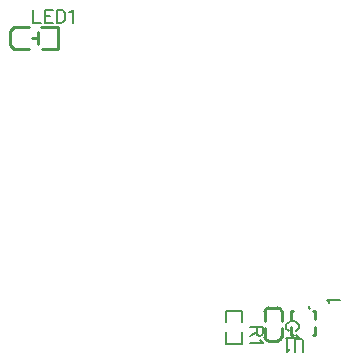
<source format=gto>
G04 Layer: TopSilkscreenLayer*
G04 EasyEDA v6.5.47, 2024-12-07 11:12:44*
G04 625f1d84725144fd8e3cf26cc36712fa,1719c0b1cc1640c08589e1ebc8d41499,10*
G04 Gerber Generator version 0.2*
G04 Scale: 100 percent, Rotated: No, Reflected: No *
G04 Dimensions in millimeters *
G04 leading zeros omitted , absolute positions ,4 integer and 5 decimal *
%FSLAX45Y45*%
%MOMM*%

%ADD10C,0.1524*%
%ADD11C,0.2540*%

%LPD*%
D10*
X6738111Y4368800D02*
G01*
X6732777Y4379213D01*
X6717284Y4394707D01*
X6826250Y4394707D01*
X6452108Y4138421D02*
G01*
X6462522Y4143755D01*
X6472936Y4154170D01*
X6478015Y4164329D01*
X6478015Y4185157D01*
X6472936Y4195571D01*
X6462522Y4205986D01*
X6452108Y4211320D01*
X6436359Y4216400D01*
X6410452Y4216400D01*
X6394958Y4211320D01*
X6384543Y4205986D01*
X6374129Y4195571D01*
X6369050Y4185157D01*
X6369050Y4164329D01*
X6374129Y4154170D01*
X6384543Y4143755D01*
X6394958Y4138421D01*
X6457188Y4104131D02*
G01*
X6462522Y4093718D01*
X6478015Y4078223D01*
X6369050Y4078223D01*
X4231304Y6855216D02*
G01*
X4231304Y6746250D01*
X4231304Y6746250D02*
G01*
X4293534Y6746250D01*
X4327824Y6855216D02*
G01*
X4327824Y6746250D01*
X4327824Y6855216D02*
G01*
X4395388Y6855216D01*
X4327824Y6803400D02*
G01*
X4369480Y6803400D01*
X4327824Y6746250D02*
G01*
X4395388Y6746250D01*
X4429678Y6855216D02*
G01*
X4429678Y6746250D01*
X4429678Y6855216D02*
G01*
X4466254Y6855216D01*
X4481748Y6850136D01*
X4492162Y6839722D01*
X4497242Y6829308D01*
X4502576Y6813560D01*
X4502576Y6787652D01*
X4497242Y6772158D01*
X4492162Y6761744D01*
X4481748Y6751330D01*
X4466254Y6746250D01*
X4429678Y6746250D01*
X4536866Y6834388D02*
G01*
X4547280Y6839722D01*
X4562774Y6855216D01*
X4562774Y6746250D01*
X6173215Y4165600D02*
G01*
X6064250Y4165600D01*
X6173215Y4165600D02*
G01*
X6173215Y4118863D01*
X6168136Y4103370D01*
X6162802Y4098036D01*
X6152388Y4092955D01*
X6141974Y4092955D01*
X6131559Y4098036D01*
X6126479Y4103370D01*
X6121400Y4118863D01*
X6121400Y4165600D01*
X6121400Y4129278D02*
G01*
X6064250Y4092955D01*
X6152388Y4058665D02*
G01*
X6157722Y4048252D01*
X6173215Y4032504D01*
X6064250Y4032504D01*
X6515100Y3961384D02*
G01*
X6515100Y4039362D01*
X6510020Y4054855D01*
X6499606Y4065270D01*
X6483858Y4070350D01*
X6473443Y4070350D01*
X6457950Y4065270D01*
X6447536Y4054855D01*
X6442456Y4039362D01*
X6442456Y3961384D01*
X6408165Y3982212D02*
G01*
X6397752Y3976878D01*
X6382004Y3961384D01*
X6382004Y4070350D01*
D11*
X6301077Y4051998D02*
G01*
X6221074Y4051998D01*
X6332062Y4162973D02*
G01*
X6332062Y4082976D01*
X6190096Y4162973D02*
G01*
X6190096Y4082976D01*
X6332644Y4220563D02*
G01*
X6332644Y4300562D01*
X6301661Y4331545D02*
G01*
X6221663Y4331545D01*
X6190683Y4220563D02*
G01*
X6190683Y4300562D01*
X4291792Y6711701D02*
G01*
X4439800Y6712699D01*
X4305800Y6522699D02*
G01*
X4439800Y6522699D01*
X4439800Y6712699D02*
G01*
X4439800Y6522697D01*
X4066788Y6521698D02*
G01*
X4066788Y6521704D01*
X4031795Y6556697D01*
X4066788Y6711701D02*
G01*
X4066788Y6711695D01*
X4031795Y6676702D01*
X4191792Y6711701D02*
G01*
X4066788Y6711701D01*
X4191792Y6521698D02*
G01*
X4066788Y6521698D01*
X4031795Y6676702D02*
G01*
X4031795Y6556697D01*
X4271799Y6666699D02*
G01*
X4271799Y6566700D01*
X4271799Y6616194D02*
G01*
X4221800Y6616194D01*
D10*
X5864839Y4122978D02*
G01*
X5864839Y4027091D01*
X5996960Y4027091D01*
X5996960Y4122978D01*
X5864839Y4208221D02*
G01*
X5864839Y4304108D01*
X5996960Y4304108D01*
X5996960Y4208221D01*
D11*
X6429286Y4103697D02*
G01*
X6415097Y4103697D01*
X6415097Y4171190D01*
X6615099Y4171190D02*
G01*
X6615099Y4103697D01*
X6600903Y4103697D01*
X6600903Y4303697D02*
G01*
X6615099Y4303697D01*
X6615099Y4236191D01*
X6415097Y4236191D02*
G01*
X6415097Y4303697D01*
X6429286Y4303697D01*
G75*
G01*
X6301661Y4331551D02*
G02*
X6332644Y4300568I0J-30983D01*
G75*
G01*
X6190678Y4300568D02*
G02*
X6221664Y4331551I30983J0D01*
G75*
G01*
X6332063Y4082981D02*
G02*
X6301077Y4051999I-30983J0D01*
G75*
G01*
X6221080Y4051999D02*
G02*
X6190097Y4082981I0J30982D01*
G75*
G01*
X6565875Y4337050D02*
G03*
X6566438Y4337025I-4J-6350D01*
M02*

</source>
